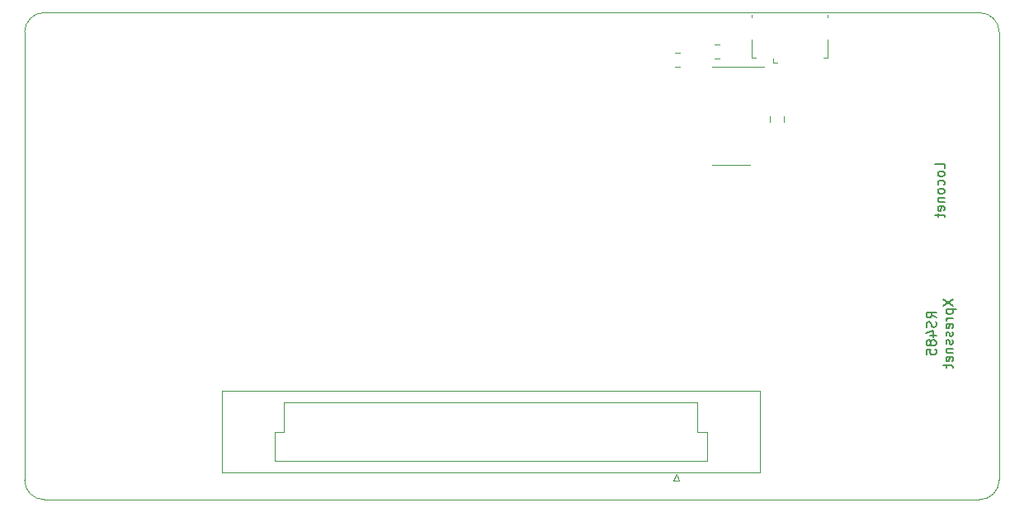
<source format=gbo>
G04 #@! TF.GenerationSoftware,KiCad,Pcbnew,5.1.8-db9833491~88~ubuntu20.04.1*
G04 #@! TF.CreationDate,2020-12-16T06:01:53+01:00*
G04 #@! TF.ProjectId,c6021light,63363032-316c-4696-9768-742e6b696361,rev?*
G04 #@! TF.SameCoordinates,Original*
G04 #@! TF.FileFunction,Legend,Bot*
G04 #@! TF.FilePolarity,Positive*
%FSLAX46Y46*%
G04 Gerber Fmt 4.6, Leading zero omitted, Abs format (unit mm)*
G04 Created by KiCad (PCBNEW 5.1.8-db9833491~88~ubuntu20.04.1) date 2020-12-16 06:01:53*
%MOMM*%
%LPD*%
G01*
G04 APERTURE LIST*
%ADD10C,0.200000*%
G04 #@! TA.AperFunction,Profile*
%ADD11C,0.050000*%
G04 #@! TD*
%ADD12C,0.120000*%
G04 APERTURE END LIST*
D10*
X194381380Y-66008523D02*
X194381380Y-65532333D01*
X193381380Y-65532333D01*
X194381380Y-66484714D02*
X194333761Y-66389476D01*
X194286142Y-66341857D01*
X194190904Y-66294238D01*
X193905190Y-66294238D01*
X193809952Y-66341857D01*
X193762333Y-66389476D01*
X193714714Y-66484714D01*
X193714714Y-66627571D01*
X193762333Y-66722809D01*
X193809952Y-66770428D01*
X193905190Y-66818047D01*
X194190904Y-66818047D01*
X194286142Y-66770428D01*
X194333761Y-66722809D01*
X194381380Y-66627571D01*
X194381380Y-66484714D01*
X194333761Y-67675190D02*
X194381380Y-67579952D01*
X194381380Y-67389476D01*
X194333761Y-67294238D01*
X194286142Y-67246619D01*
X194190904Y-67199000D01*
X193905190Y-67199000D01*
X193809952Y-67246619D01*
X193762333Y-67294238D01*
X193714714Y-67389476D01*
X193714714Y-67579952D01*
X193762333Y-67675190D01*
X194381380Y-68246619D02*
X194333761Y-68151380D01*
X194286142Y-68103761D01*
X194190904Y-68056142D01*
X193905190Y-68056142D01*
X193809952Y-68103761D01*
X193762333Y-68151380D01*
X193714714Y-68246619D01*
X193714714Y-68389476D01*
X193762333Y-68484714D01*
X193809952Y-68532333D01*
X193905190Y-68579952D01*
X194190904Y-68579952D01*
X194286142Y-68532333D01*
X194333761Y-68484714D01*
X194381380Y-68389476D01*
X194381380Y-68246619D01*
X193714714Y-69008523D02*
X194381380Y-69008523D01*
X193809952Y-69008523D02*
X193762333Y-69056142D01*
X193714714Y-69151380D01*
X193714714Y-69294238D01*
X193762333Y-69389476D01*
X193857571Y-69437095D01*
X194381380Y-69437095D01*
X194333761Y-70294238D02*
X194381380Y-70199000D01*
X194381380Y-70008523D01*
X194333761Y-69913285D01*
X194238523Y-69865666D01*
X193857571Y-69865666D01*
X193762333Y-69913285D01*
X193714714Y-70008523D01*
X193714714Y-70199000D01*
X193762333Y-70294238D01*
X193857571Y-70341857D01*
X193952809Y-70341857D01*
X194048047Y-69865666D01*
X193714714Y-70627571D02*
X193714714Y-71008523D01*
X193381380Y-70770428D02*
X194238523Y-70770428D01*
X194333761Y-70818047D01*
X194381380Y-70913285D01*
X194381380Y-71008523D01*
X193531380Y-81335761D02*
X193055190Y-81002428D01*
X193531380Y-80764333D02*
X192531380Y-80764333D01*
X192531380Y-81145285D01*
X192579000Y-81240523D01*
X192626619Y-81288142D01*
X192721857Y-81335761D01*
X192864714Y-81335761D01*
X192959952Y-81288142D01*
X193007571Y-81240523D01*
X193055190Y-81145285D01*
X193055190Y-80764333D01*
X193483761Y-81716714D02*
X193531380Y-81859571D01*
X193531380Y-82097666D01*
X193483761Y-82192904D01*
X193436142Y-82240523D01*
X193340904Y-82288142D01*
X193245666Y-82288142D01*
X193150428Y-82240523D01*
X193102809Y-82192904D01*
X193055190Y-82097666D01*
X193007571Y-81907190D01*
X192959952Y-81811952D01*
X192912333Y-81764333D01*
X192817095Y-81716714D01*
X192721857Y-81716714D01*
X192626619Y-81764333D01*
X192579000Y-81811952D01*
X192531380Y-81907190D01*
X192531380Y-82145285D01*
X192579000Y-82288142D01*
X192864714Y-83145285D02*
X193531380Y-83145285D01*
X192483761Y-82907190D02*
X193198047Y-82669095D01*
X193198047Y-83288142D01*
X192959952Y-83811952D02*
X192912333Y-83716714D01*
X192864714Y-83669095D01*
X192769476Y-83621476D01*
X192721857Y-83621476D01*
X192626619Y-83669095D01*
X192579000Y-83716714D01*
X192531380Y-83811952D01*
X192531380Y-84002428D01*
X192579000Y-84097666D01*
X192626619Y-84145285D01*
X192721857Y-84192904D01*
X192769476Y-84192904D01*
X192864714Y-84145285D01*
X192912333Y-84097666D01*
X192959952Y-84002428D01*
X192959952Y-83811952D01*
X193007571Y-83716714D01*
X193055190Y-83669095D01*
X193150428Y-83621476D01*
X193340904Y-83621476D01*
X193436142Y-83669095D01*
X193483761Y-83716714D01*
X193531380Y-83811952D01*
X193531380Y-84002428D01*
X193483761Y-84097666D01*
X193436142Y-84145285D01*
X193340904Y-84192904D01*
X193150428Y-84192904D01*
X193055190Y-84145285D01*
X193007571Y-84097666D01*
X192959952Y-84002428D01*
X192531380Y-85097666D02*
X192531380Y-84621476D01*
X193007571Y-84573857D01*
X192959952Y-84621476D01*
X192912333Y-84716714D01*
X192912333Y-84954809D01*
X192959952Y-85050047D01*
X193007571Y-85097666D01*
X193102809Y-85145285D01*
X193340904Y-85145285D01*
X193436142Y-85097666D01*
X193483761Y-85050047D01*
X193531380Y-84954809D01*
X193531380Y-84716714D01*
X193483761Y-84621476D01*
X193436142Y-84573857D01*
X194231380Y-79431000D02*
X195231380Y-80097666D01*
X194231380Y-80097666D02*
X195231380Y-79431000D01*
X194564714Y-80478619D02*
X195564714Y-80478619D01*
X194612333Y-80478619D02*
X194564714Y-80573857D01*
X194564714Y-80764333D01*
X194612333Y-80859571D01*
X194659952Y-80907190D01*
X194755190Y-80954809D01*
X195040904Y-80954809D01*
X195136142Y-80907190D01*
X195183761Y-80859571D01*
X195231380Y-80764333D01*
X195231380Y-80573857D01*
X195183761Y-80478619D01*
X195231380Y-81383380D02*
X194564714Y-81383380D01*
X194755190Y-81383380D02*
X194659952Y-81431000D01*
X194612333Y-81478619D01*
X194564714Y-81573857D01*
X194564714Y-81669095D01*
X195183761Y-82383380D02*
X195231380Y-82288142D01*
X195231380Y-82097666D01*
X195183761Y-82002428D01*
X195088523Y-81954809D01*
X194707571Y-81954809D01*
X194612333Y-82002428D01*
X194564714Y-82097666D01*
X194564714Y-82288142D01*
X194612333Y-82383380D01*
X194707571Y-82431000D01*
X194802809Y-82431000D01*
X194898047Y-81954809D01*
X195183761Y-82811952D02*
X195231380Y-82907190D01*
X195231380Y-83097666D01*
X195183761Y-83192904D01*
X195088523Y-83240523D01*
X195040904Y-83240523D01*
X194945666Y-83192904D01*
X194898047Y-83097666D01*
X194898047Y-82954809D01*
X194850428Y-82859571D01*
X194755190Y-82811952D01*
X194707571Y-82811952D01*
X194612333Y-82859571D01*
X194564714Y-82954809D01*
X194564714Y-83097666D01*
X194612333Y-83192904D01*
X195183761Y-83621476D02*
X195231380Y-83716714D01*
X195231380Y-83907190D01*
X195183761Y-84002428D01*
X195088523Y-84050047D01*
X195040904Y-84050047D01*
X194945666Y-84002428D01*
X194898047Y-83907190D01*
X194898047Y-83764333D01*
X194850428Y-83669095D01*
X194755190Y-83621476D01*
X194707571Y-83621476D01*
X194612333Y-83669095D01*
X194564714Y-83764333D01*
X194564714Y-83907190D01*
X194612333Y-84002428D01*
X194564714Y-84478619D02*
X195231380Y-84478619D01*
X194659952Y-84478619D02*
X194612333Y-84526238D01*
X194564714Y-84621476D01*
X194564714Y-84764333D01*
X194612333Y-84859571D01*
X194707571Y-84907190D01*
X195231380Y-84907190D01*
X195183761Y-85764333D02*
X195231380Y-85669095D01*
X195231380Y-85478619D01*
X195183761Y-85383380D01*
X195088523Y-85335761D01*
X194707571Y-85335761D01*
X194612333Y-85383380D01*
X194564714Y-85478619D01*
X194564714Y-85669095D01*
X194612333Y-85764333D01*
X194707571Y-85811952D01*
X194802809Y-85811952D01*
X194898047Y-85335761D01*
X194564714Y-86097666D02*
X194564714Y-86478619D01*
X194231380Y-86240523D02*
X195088523Y-86240523D01*
X195183761Y-86288142D01*
X195231380Y-86383380D01*
X195231380Y-86478619D01*
D11*
X102000000Y-100000000D02*
G75*
G02*
X100000000Y-98000000I0J2000000D01*
G01*
X100000000Y-52000000D02*
G75*
G02*
X102000000Y-50000000I2000000J0D01*
G01*
X200000000Y-98000000D02*
G75*
G02*
X198000000Y-100000000I-2000000J0D01*
G01*
X198000000Y-50000000D02*
G75*
G02*
X200000000Y-52000000I0J-2000000D01*
G01*
X100000000Y-52000000D02*
X100000000Y-98000000D01*
X198000000Y-50000000D02*
X102000000Y-50000000D01*
X200000000Y-98000000D02*
X200000000Y-52000000D01*
X102000000Y-100000000D02*
X198000000Y-100000000D01*
D12*
X172466000Y-55519000D02*
X175916000Y-55519000D01*
X172466000Y-55519000D02*
X170516000Y-55519000D01*
X172466000Y-65639000D02*
X174416000Y-65639000D01*
X172466000Y-65639000D02*
X170516000Y-65639000D01*
X125628000Y-96030000D02*
X170028000Y-96030000D01*
X125628000Y-93030000D02*
X125628000Y-96030000D01*
X126628000Y-93030000D02*
X125628000Y-93030000D01*
X126628000Y-90030000D02*
X126628000Y-93030000D01*
X169028000Y-90030000D02*
X126628000Y-90030000D01*
X169028000Y-93030000D02*
X169028000Y-90030000D01*
X170028000Y-93030000D02*
X169028000Y-93030000D01*
X170028000Y-96030000D02*
X170028000Y-93030000D01*
X166578000Y-98060000D02*
X166878000Y-97380000D01*
X167178000Y-98060000D02*
X166578000Y-98060000D01*
X166878000Y-97380000D02*
X167178000Y-98060000D01*
X120218000Y-97190000D02*
X175438000Y-97190000D01*
X120218000Y-88870000D02*
X120218000Y-97190000D01*
X175438000Y-88870000D02*
X120218000Y-88870000D01*
X175438000Y-97190000D02*
X175438000Y-88870000D01*
X170810422Y-53265000D02*
X171327578Y-53265000D01*
X170810422Y-54685000D02*
X171327578Y-54685000D01*
X176811200Y-55144500D02*
X176811200Y-54694500D01*
X176811200Y-55144500D02*
X177261200Y-55144500D01*
X182411200Y-54594500D02*
X181961200Y-54594500D01*
X182411200Y-52744500D02*
X182411200Y-54594500D01*
X174611200Y-50194500D02*
X174611200Y-50444500D01*
X182411200Y-50194500D02*
X182411200Y-50444500D01*
X174611200Y-52744500D02*
X174611200Y-54594500D01*
X174611200Y-54594500D02*
X175061200Y-54594500D01*
X167263578Y-55574000D02*
X166746422Y-55574000D01*
X167263578Y-54154000D02*
X166746422Y-54154000D01*
X177900400Y-60673722D02*
X177900400Y-61190878D01*
X176480400Y-60673722D02*
X176480400Y-61190878D01*
M02*

</source>
